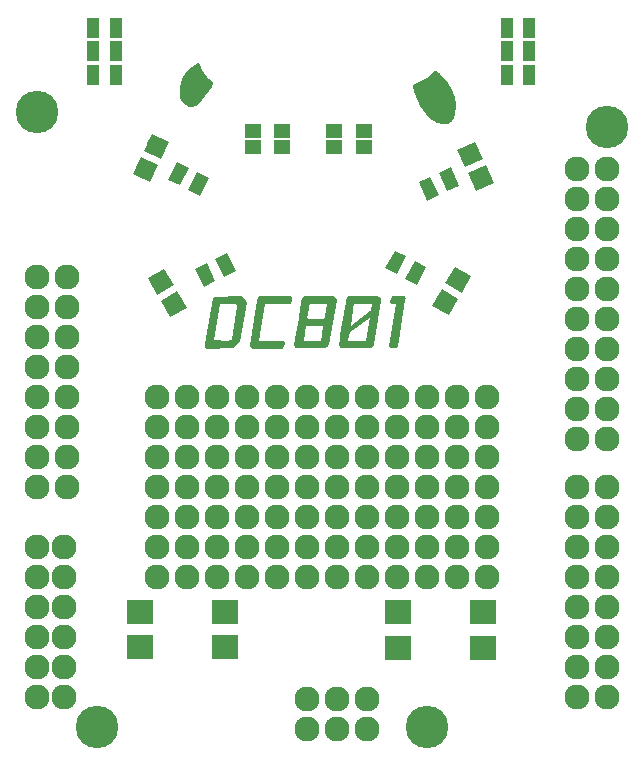
<source format=gts>
G04 #@! TF.GenerationSoftware,KiCad,Pcbnew,(2017-12-24 revision 570866557)-makepkg*
G04 #@! TF.CreationDate,2018-02-26T21:20:21-07:00*
G04 #@! TF.ProjectId,DC801 Shield,444338303120536869656C642E6B6963,rev?*
G04 #@! TF.SameCoordinates,Original*
G04 #@! TF.FileFunction,Soldermask,Top*
G04 #@! TF.FilePolarity,Negative*
%FSLAX46Y46*%
G04 Gerber Fmt 4.6, Leading zero omitted, Abs format (unit mm)*
G04 Created by KiCad (PCBNEW (2017-12-24 revision 570866557)-makepkg) date 02/26/18 21:20:21*
%MOMM*%
%LPD*%
G01*
G04 APERTURE LIST*
%ADD10R,1.100000X1.700000*%
%ADD11C,2.127200*%
%ADD12O,2.127200X2.127200*%
%ADD13C,3.600000*%
%ADD14R,1.400000X1.200000*%
%ADD15C,1.600000*%
%ADD16C,0.100000*%
%ADD17C,1.100000*%
%ADD18R,2.200000X2.000000*%
%ADD19C,0.254000*%
G04 APERTURE END LIST*
D10*
X119050000Y-78000000D03*
X120950000Y-78000000D03*
D11*
X152340000Y-120540000D03*
X149800000Y-120540000D03*
X147260000Y-120540000D03*
X144720000Y-120540000D03*
X142180000Y-120540000D03*
X139640000Y-120540000D03*
X137100000Y-120540000D03*
X134560000Y-120540000D03*
X132020000Y-120540000D03*
X129480000Y-120540000D03*
X126940000Y-120540000D03*
X152340000Y-105300000D03*
X149800000Y-105300000D03*
X147260000Y-105300000D03*
X144720000Y-105300000D03*
X142180000Y-105300000D03*
X139640000Y-105300000D03*
X137100000Y-105300000D03*
X134560000Y-105300000D03*
X132020000Y-105300000D03*
X129480000Y-105300000D03*
X126940000Y-105300000D03*
X124400000Y-120540000D03*
X152340000Y-118000000D03*
X149800000Y-118000000D03*
X147260000Y-118000000D03*
X144720000Y-118000000D03*
X142180000Y-118000000D03*
X139640000Y-118000000D03*
X137100000Y-118000000D03*
X134560000Y-118000000D03*
X132020000Y-118000000D03*
X129480000Y-118000000D03*
X126940000Y-118000000D03*
X124400000Y-118000000D03*
X152340000Y-115460000D03*
X149800000Y-115460000D03*
X147260000Y-115460000D03*
X144720000Y-115460000D03*
X142180000Y-115460000D03*
X139640000Y-115460000D03*
X137100000Y-115460000D03*
X134560000Y-115460000D03*
X132020000Y-115460000D03*
X129480000Y-115460000D03*
X126940000Y-115460000D03*
X124400000Y-115460000D03*
X152340000Y-112920000D03*
X149800000Y-112920000D03*
X147260000Y-112920000D03*
X144720000Y-112920000D03*
X142180000Y-112920000D03*
X139640000Y-112920000D03*
X137100000Y-112920000D03*
X134560000Y-112920000D03*
X132020000Y-112920000D03*
X129480000Y-112920000D03*
X126940000Y-112920000D03*
X124400000Y-112920000D03*
X152340000Y-110380000D03*
X149800000Y-110380000D03*
X147260000Y-110380000D03*
X144720000Y-110380000D03*
X142180000Y-110380000D03*
X139640000Y-110380000D03*
X137100000Y-110380000D03*
X134560000Y-110380000D03*
X132020000Y-110380000D03*
X129480000Y-110380000D03*
X126940000Y-110380000D03*
X124400000Y-110380000D03*
X152340000Y-107840000D03*
X149800000Y-107840000D03*
X147260000Y-107840000D03*
X144720000Y-107840000D03*
X142180000Y-107840000D03*
X139640000Y-107840000D03*
X137100000Y-107840000D03*
X134560000Y-107840000D03*
X132020000Y-107840000D03*
X129480000Y-107840000D03*
X126940000Y-107840000D03*
X124400000Y-107840000D03*
X124400000Y-105300000D03*
X159960000Y-130700000D03*
X159960000Y-128160000D03*
X159960000Y-125620000D03*
X159960000Y-123080000D03*
X159960000Y-120540000D03*
X159960000Y-118000000D03*
X159960000Y-115460000D03*
X159960000Y-112920000D03*
X159960000Y-108856000D03*
X159960000Y-106316000D03*
X159960000Y-103776000D03*
X159960000Y-101236000D03*
X159960000Y-98696000D03*
X159960000Y-96156000D03*
X159960000Y-93616000D03*
X159960000Y-91076000D03*
X159960000Y-88536000D03*
X159960000Y-85996000D03*
X116580000Y-130700000D03*
X116580000Y-128160000D03*
X116580000Y-125620000D03*
X116580000Y-123080000D03*
X116580000Y-120540000D03*
X116580000Y-118000000D03*
X116780000Y-112920000D03*
X116780000Y-110380000D03*
X116780000Y-107840000D03*
X116780000Y-105300000D03*
X116780000Y-102760000D03*
X116780000Y-100220000D03*
X116780000Y-97680000D03*
D12*
X137100000Y-130827000D03*
X137100000Y-133367000D03*
X139640000Y-133367000D03*
X139640000Y-130827000D03*
X142180000Y-133367000D03*
X114240000Y-118000000D03*
X114240000Y-112920000D03*
X114240000Y-110380000D03*
X114240000Y-107840000D03*
X114240000Y-105300000D03*
X114240000Y-102760000D03*
X114240000Y-100220000D03*
X114240000Y-97680000D03*
X162500000Y-130700000D03*
X162500000Y-128160000D03*
X162500000Y-125620000D03*
X162500000Y-123080000D03*
X162500000Y-120540000D03*
X162500000Y-118000000D03*
X162500000Y-115460000D03*
X162500000Y-112920000D03*
X162500000Y-93616000D03*
X162500000Y-108856000D03*
X162500000Y-106316000D03*
X162500000Y-103776000D03*
D13*
X119320000Y-133240000D03*
X147260000Y-133240000D03*
X162500000Y-82440000D03*
X114240000Y-81170000D03*
D12*
X162500000Y-85996000D03*
X162500000Y-88536000D03*
X162500000Y-91076000D03*
X162500000Y-96156000D03*
X162500000Y-98696000D03*
X162500000Y-101236000D03*
X114240000Y-95140000D03*
X114240000Y-120540000D03*
X114240000Y-123080000D03*
X114240000Y-125620000D03*
X114240000Y-128160000D03*
X114240000Y-130700000D03*
X142180000Y-130827000D03*
D14*
X132550000Y-84125000D03*
X135050000Y-84125000D03*
X135050000Y-82725000D03*
X132550000Y-82725000D03*
X139450000Y-82725000D03*
X141950000Y-82725000D03*
X141950000Y-84125000D03*
X139450000Y-84125000D03*
D15*
X124750000Y-95497372D03*
D16*
G36*
X123657180Y-95204552D02*
X125042820Y-94404552D01*
X125842820Y-95790192D01*
X124457180Y-96590192D01*
X123657180Y-95204552D01*
X123657180Y-95204552D01*
G37*
D15*
X125850000Y-97402628D03*
D16*
G36*
X124757180Y-97109808D02*
X126142820Y-96309808D01*
X126942820Y-97695448D01*
X125557180Y-98495448D01*
X124757180Y-97109808D01*
X124757180Y-97109808D01*
G37*
D15*
X148825000Y-97227628D03*
D16*
G36*
X148532180Y-96134808D02*
X149917820Y-96934808D01*
X149117820Y-98320448D01*
X147732180Y-97520448D01*
X148532180Y-96134808D01*
X148532180Y-96134808D01*
G37*
D15*
X149925000Y-95322372D03*
D16*
G36*
X149632180Y-94229552D02*
X151017820Y-95029552D01*
X150217820Y-96415192D01*
X148832180Y-95615192D01*
X149632180Y-94229552D01*
X149632180Y-94229552D01*
G37*
D15*
X124364880Y-84028061D03*
D16*
G36*
X123977928Y-82964920D02*
X125428021Y-83641109D01*
X124751832Y-85091202D01*
X123301739Y-84415013D01*
X123977928Y-82964920D01*
X123977928Y-82964920D01*
G37*
D15*
X123435120Y-86021939D03*
D16*
G36*
X123048168Y-84958798D02*
X124498261Y-85634987D01*
X123822072Y-87085080D01*
X122371979Y-86408891D01*
X123048168Y-84958798D01*
X123048168Y-84958798D01*
G37*
D15*
X151864880Y-86721939D03*
D16*
G36*
X150801739Y-86334987D02*
X152251832Y-85658798D01*
X152928021Y-87108891D01*
X151477928Y-87785080D01*
X150801739Y-86334987D01*
X150801739Y-86334987D01*
G37*
D15*
X150935120Y-84728061D03*
D16*
G36*
X149871979Y-84341109D02*
X151322072Y-83664920D01*
X151998261Y-85115013D01*
X150548168Y-85791202D01*
X149871979Y-84341109D01*
X149871979Y-84341109D01*
G37*
D10*
X119050000Y-76000000D03*
X120950000Y-76000000D03*
X120950000Y-73999999D03*
X119050000Y-74000001D03*
X154050000Y-78000000D03*
X155950000Y-78000000D03*
X155949999Y-76000000D03*
X154050001Y-76000000D03*
X155950000Y-74000000D03*
X154050000Y-74000000D03*
D17*
X130228854Y-94083547D03*
D16*
G36*
X130107133Y-95088626D02*
X129361902Y-93560676D01*
X130350575Y-93078468D01*
X131095806Y-94606418D01*
X130107133Y-95088626D01*
X130107133Y-95088626D01*
G37*
D17*
X128521146Y-94916453D03*
D16*
G36*
X128399425Y-95921532D02*
X127654194Y-94393582D01*
X128642867Y-93911374D01*
X129388098Y-95439324D01*
X128399425Y-95921532D01*
X128399425Y-95921532D01*
G37*
D17*
X146346457Y-94731290D03*
D16*
G36*
X147222403Y-94223629D02*
X146450619Y-95738340D01*
X145470511Y-95238951D01*
X146242295Y-93724240D01*
X147222403Y-94223629D01*
X147222403Y-94223629D01*
G37*
D17*
X144653543Y-93868710D03*
D16*
G36*
X145529489Y-93361049D02*
X144757705Y-94875760D01*
X143777597Y-94376371D01*
X144549381Y-92861660D01*
X145529489Y-93361049D01*
X145529489Y-93361049D01*
G37*
D17*
X127946456Y-87206291D03*
D16*
G36*
X127070510Y-87713952D02*
X127842294Y-86199241D01*
X128822402Y-86698630D01*
X128050618Y-88213341D01*
X127070510Y-87713952D01*
X127070510Y-87713952D01*
G37*
D17*
X126253544Y-86343709D03*
D16*
G36*
X125377598Y-86851370D02*
X126149382Y-85336659D01*
X127129490Y-85836048D01*
X126357706Y-87350759D01*
X125377598Y-86851370D01*
X125377598Y-86851370D01*
G37*
D17*
X149160991Y-86823513D03*
D16*
G36*
X149300235Y-85820711D02*
X150018686Y-87361435D01*
X149021747Y-87826315D01*
X148303296Y-86285591D01*
X149300235Y-85820711D01*
X149300235Y-85820711D01*
G37*
D17*
X147439009Y-87626487D03*
D16*
G36*
X147578253Y-86623685D02*
X148296704Y-88164409D01*
X147299765Y-88629289D01*
X146581314Y-87088565D01*
X147578253Y-86623685D01*
X147578253Y-86623685D01*
G37*
D18*
X123025000Y-123450000D03*
X130225000Y-123450000D03*
X123025000Y-126450000D03*
X130225000Y-126450000D03*
X152025000Y-126500000D03*
X144825000Y-126500000D03*
X152025000Y-123500000D03*
X144825000Y-123500000D03*
D11*
X116780000Y-95140000D03*
D19*
G36*
X128077886Y-77559890D02*
X128094330Y-77595447D01*
X128494330Y-78195447D01*
X128529553Y-78230670D01*
X129043812Y-78573510D01*
X128887967Y-78963122D01*
X128107332Y-80036496D01*
X127638353Y-80411679D01*
X127379390Y-80498000D01*
X127120610Y-80498000D01*
X126856294Y-80409895D01*
X126598509Y-80238038D01*
X126427000Y-79895020D01*
X126427000Y-78945610D01*
X126617630Y-78373720D01*
X126804374Y-78000232D01*
X127382375Y-77422232D01*
X127927338Y-77032972D01*
X128077886Y-77559890D01*
X128077886Y-77559890D01*
G37*
X128077886Y-77559890D02*
X128094330Y-77595447D01*
X128494330Y-78195447D01*
X128529553Y-78230670D01*
X129043812Y-78573510D01*
X128887967Y-78963122D01*
X128107332Y-80036496D01*
X127638353Y-80411679D01*
X127379390Y-80498000D01*
X127120610Y-80498000D01*
X126856294Y-80409895D01*
X126598509Y-80238038D01*
X126427000Y-79895020D01*
X126427000Y-78945610D01*
X126617630Y-78373720D01*
X126804374Y-78000232D01*
X127382375Y-77422232D01*
X127927338Y-77032972D01*
X128077886Y-77559890D01*
G36*
X148213172Y-77918629D02*
X148898945Y-78702369D01*
X149284895Y-79281294D01*
X149475895Y-79854296D01*
X149571710Y-80525000D01*
X149475202Y-81200559D01*
X149382127Y-81572857D01*
X149208419Y-81833419D01*
X148961548Y-81998000D01*
X148612577Y-81998000D01*
X148146478Y-81904780D01*
X147678749Y-81624142D01*
X147297232Y-81242626D01*
X146811702Y-80562884D01*
X146320081Y-79382993D01*
X146158186Y-78816362D01*
X146430802Y-78748208D01*
X146447167Y-78742917D01*
X146947167Y-78542917D01*
X146965341Y-78533902D01*
X147465341Y-78233902D01*
X147489803Y-78214803D01*
X147889803Y-77814803D01*
X147913592Y-77781796D01*
X147945538Y-77717904D01*
X148213172Y-77918629D01*
X148213172Y-77918629D01*
G37*
X148213172Y-77918629D02*
X148898945Y-78702369D01*
X149284895Y-79281294D01*
X149475895Y-79854296D01*
X149571710Y-80525000D01*
X149475202Y-81200559D01*
X149382127Y-81572857D01*
X149208419Y-81833419D01*
X148961548Y-81998000D01*
X148612577Y-81998000D01*
X148146478Y-81904780D01*
X147678749Y-81624142D01*
X147297232Y-81242626D01*
X146811702Y-80562884D01*
X146320081Y-79382993D01*
X146158186Y-78816362D01*
X146430802Y-78748208D01*
X146447167Y-78742917D01*
X146947167Y-78542917D01*
X146965341Y-78533902D01*
X147465341Y-78233902D01*
X147489803Y-78214803D01*
X147889803Y-77814803D01*
X147913592Y-77781796D01*
X147945538Y-77717904D01*
X148213172Y-77918629D01*
G36*
X131864188Y-97243794D02*
X131332458Y-100506686D01*
X130754487Y-100973509D01*
X128623763Y-100997722D01*
X128621330Y-100996748D01*
X129287194Y-100552839D01*
X130397240Y-100576970D01*
X130400000Y-100577000D01*
X130550000Y-100577000D01*
X130620447Y-100555670D01*
X130845447Y-100405670D01*
X130880523Y-100370668D01*
X130900536Y-100319226D01*
X131325536Y-97544226D01*
X131323338Y-97494722D01*
X131295577Y-97441370D01*
X131120577Y-97241370D01*
X131081298Y-97211160D01*
X131025000Y-97198000D01*
X129750000Y-97198000D01*
X129701399Y-97207667D01*
X129660197Y-97235197D01*
X129632667Y-97276399D01*
X129624620Y-97304777D01*
X129133444Y-100350069D01*
X128601685Y-100704575D01*
X129281752Y-96850860D01*
X131447961Y-96827567D01*
X131864188Y-97243794D01*
X131864188Y-97243794D01*
G37*
X131864188Y-97243794D02*
X131332458Y-100506686D01*
X130754487Y-100973509D01*
X128623763Y-100997722D01*
X128621330Y-100996748D01*
X129287194Y-100552839D01*
X130397240Y-100576970D01*
X130400000Y-100577000D01*
X130550000Y-100577000D01*
X130620447Y-100555670D01*
X130845447Y-100405670D01*
X130880523Y-100370668D01*
X130900536Y-100319226D01*
X131325536Y-97544226D01*
X131323338Y-97494722D01*
X131295577Y-97441370D01*
X131120577Y-97241370D01*
X131081298Y-97211160D01*
X131025000Y-97198000D01*
X129750000Y-97198000D01*
X129701399Y-97207667D01*
X129660197Y-97235197D01*
X129632667Y-97276399D01*
X129624620Y-97304777D01*
X129133444Y-100350069D01*
X128601685Y-100704575D01*
X129281752Y-96850860D01*
X131447961Y-96827567D01*
X131864188Y-97243794D01*
G36*
X128858882Y-100736754D02*
X128780508Y-100998000D01*
X128624459Y-100998000D01*
X128566998Y-100975015D01*
X128557698Y-100956416D01*
X128603446Y-100712427D01*
X128858882Y-100736754D01*
X128858882Y-100736754D01*
G37*
X128858882Y-100736754D02*
X128780508Y-100998000D01*
X128624459Y-100998000D01*
X128566998Y-100975015D01*
X128557698Y-100956416D01*
X128603446Y-100712427D01*
X128858882Y-100736754D01*
G36*
X135694086Y-96848692D02*
X135712136Y-96866742D01*
X135658007Y-97137387D01*
X135615131Y-97180263D01*
X135490971Y-97198000D01*
X133550000Y-97198000D01*
X133501399Y-97207667D01*
X133460197Y-97235197D01*
X133432667Y-97276399D01*
X133424755Y-97303959D01*
X132899755Y-100428959D01*
X132901237Y-100478490D01*
X132921560Y-100523683D01*
X132957631Y-100557659D01*
X133023393Y-100576990D01*
X134988692Y-100601867D01*
X135078930Y-100616907D01*
X135089879Y-100631506D01*
X135032416Y-100937978D01*
X135003630Y-100966764D01*
X134925541Y-100998000D01*
X132537577Y-100998000D01*
X132449541Y-100980393D01*
X132405914Y-100951308D01*
X132368581Y-100913975D01*
X132353718Y-100824796D01*
X132973091Y-97034232D01*
X133008236Y-96946370D01*
X133078749Y-96875857D01*
X133160178Y-96827000D01*
X135661548Y-96827000D01*
X135694086Y-96848692D01*
X135694086Y-96848692D01*
G37*
X135694086Y-96848692D02*
X135712136Y-96866742D01*
X135658007Y-97137387D01*
X135615131Y-97180263D01*
X135490971Y-97198000D01*
X133550000Y-97198000D01*
X133501399Y-97207667D01*
X133460197Y-97235197D01*
X133432667Y-97276399D01*
X133424755Y-97303959D01*
X132899755Y-100428959D01*
X132901237Y-100478490D01*
X132921560Y-100523683D01*
X132957631Y-100557659D01*
X133023393Y-100576990D01*
X134988692Y-100601867D01*
X135078930Y-100616907D01*
X135089879Y-100631506D01*
X135032416Y-100937978D01*
X135003630Y-100966764D01*
X134925541Y-100998000D01*
X132537577Y-100998000D01*
X132449541Y-100980393D01*
X132405914Y-100951308D01*
X132368581Y-100913975D01*
X132353718Y-100824796D01*
X132973091Y-97034232D01*
X133008236Y-96946370D01*
X133078749Y-96875857D01*
X133160178Y-96827000D01*
X135661548Y-96827000D01*
X135694086Y-96848692D01*
G36*
X139378630Y-96858236D02*
X139436927Y-96916533D01*
X139469943Y-97032089D01*
X138828836Y-100780095D01*
X138782433Y-100857433D01*
X138589822Y-100973000D01*
X136242333Y-100973000D01*
X136183424Y-100928818D01*
X136127000Y-100872394D01*
X136127000Y-100785925D01*
X136431209Y-99030874D01*
X136878978Y-99046866D01*
X136674317Y-100456756D01*
X136676903Y-100506241D01*
X136698228Y-100550970D01*
X136735048Y-100584134D01*
X136800000Y-100602000D01*
X138250000Y-100602000D01*
X138298601Y-100592333D01*
X138339803Y-100564803D01*
X138367333Y-100523601D01*
X138375405Y-100495065D01*
X138575277Y-99245865D01*
X138900134Y-97371690D01*
X138898909Y-97322152D01*
X138878820Y-97276854D01*
X138842926Y-97242692D01*
X138777228Y-97223020D01*
X137353290Y-97198039D01*
X136738655Y-97177551D01*
X136749308Y-97060363D01*
X136804374Y-96950232D01*
X136914930Y-96839676D01*
X136965634Y-96827000D01*
X139300540Y-96827000D01*
X139378630Y-96858236D01*
X139378630Y-96858236D01*
G37*
X139378630Y-96858236D02*
X139436927Y-96916533D01*
X139469943Y-97032089D01*
X138828836Y-100780095D01*
X138782433Y-100857433D01*
X138589822Y-100973000D01*
X136242333Y-100973000D01*
X136183424Y-100928818D01*
X136127000Y-100872394D01*
X136127000Y-100785925D01*
X136431209Y-99030874D01*
X136878978Y-99046866D01*
X136674317Y-100456756D01*
X136676903Y-100506241D01*
X136698228Y-100550970D01*
X136735048Y-100584134D01*
X136800000Y-100602000D01*
X138250000Y-100602000D01*
X138298601Y-100592333D01*
X138339803Y-100564803D01*
X138367333Y-100523601D01*
X138375405Y-100495065D01*
X138575277Y-99245865D01*
X138900134Y-97371690D01*
X138898909Y-97322152D01*
X138878820Y-97276854D01*
X138842926Y-97242692D01*
X138777228Y-97223020D01*
X137353290Y-97198039D01*
X136738655Y-97177551D01*
X136749308Y-97060363D01*
X136804374Y-96950232D01*
X136914930Y-96839676D01*
X136965634Y-96827000D01*
X139300540Y-96827000D01*
X139378630Y-96858236D01*
G36*
X136999502Y-98555526D02*
X137001603Y-98605035D01*
X137022489Y-98649970D01*
X137058982Y-98683493D01*
X137122952Y-98701983D01*
X138532124Y-98724712D01*
X138487475Y-99096782D01*
X136423191Y-99074586D01*
X136708656Y-97252000D01*
X137201773Y-97252000D01*
X136999502Y-98555526D01*
X136999502Y-98555526D01*
G37*
X136999502Y-98555526D02*
X137001603Y-98605035D01*
X137022489Y-98649970D01*
X137058982Y-98683493D01*
X137122952Y-98701983D01*
X138532124Y-98724712D01*
X138487475Y-99096782D01*
X136423191Y-99074586D01*
X136708656Y-97252000D01*
X137201773Y-97252000D01*
X136999502Y-98555526D01*
G36*
X143118706Y-96840105D02*
X143223141Y-96909728D01*
X143268669Y-97015961D01*
X142653621Y-100755455D01*
X142603897Y-100838327D01*
X142529044Y-100894467D01*
X142432645Y-100952306D01*
X142267096Y-100973000D01*
X140160511Y-100973000D01*
X140025880Y-100950562D01*
X139974546Y-100937728D01*
X139946123Y-100899830D01*
X139928063Y-100773410D01*
X139975665Y-100368790D01*
X140055991Y-99927000D01*
X140552799Y-99927000D01*
X140474371Y-100456388D01*
X140476812Y-100505881D01*
X140498007Y-100550673D01*
X140534729Y-100583944D01*
X140600000Y-100602000D01*
X142050000Y-100602000D01*
X142098601Y-100592333D01*
X142139803Y-100564803D01*
X142167333Y-100523601D01*
X142175272Y-100495879D01*
X142700272Y-97345879D01*
X142698726Y-97296350D01*
X142678344Y-97251183D01*
X142642229Y-97217254D01*
X142575000Y-97198000D01*
X140520057Y-97198000D01*
X140548082Y-96987816D01*
X140585056Y-96913868D01*
X140618603Y-96863548D01*
X140678154Y-96818885D01*
X140762577Y-96802000D01*
X143004390Y-96802000D01*
X143118706Y-96840105D01*
X143118706Y-96840105D01*
G37*
X143118706Y-96840105D02*
X143223141Y-96909728D01*
X143268669Y-97015961D01*
X142653621Y-100755455D01*
X142603897Y-100838327D01*
X142529044Y-100894467D01*
X142432645Y-100952306D01*
X142267096Y-100973000D01*
X140160511Y-100973000D01*
X140025880Y-100950562D01*
X139974546Y-100937728D01*
X139946123Y-100899830D01*
X139928063Y-100773410D01*
X139975665Y-100368790D01*
X140055991Y-99927000D01*
X140552799Y-99927000D01*
X140474371Y-100456388D01*
X140476812Y-100505881D01*
X140498007Y-100550673D01*
X140534729Y-100583944D01*
X140600000Y-100602000D01*
X142050000Y-100602000D01*
X142098601Y-100592333D01*
X142139803Y-100564803D01*
X142167333Y-100523601D01*
X142175272Y-100495879D01*
X142700272Y-97345879D01*
X142698726Y-97296350D01*
X142678344Y-97251183D01*
X142642229Y-97217254D01*
X142575000Y-97198000D01*
X140520057Y-97198000D01*
X140548082Y-96987816D01*
X140585056Y-96913868D01*
X140618603Y-96863548D01*
X140678154Y-96818885D01*
X140762577Y-96802000D01*
X143004390Y-96802000D01*
X143118706Y-96840105D01*
G36*
X140674530Y-99180348D02*
X140676560Y-99229859D01*
X140697383Y-99274825D01*
X140733829Y-99308399D01*
X140780348Y-99325470D01*
X140829859Y-99323440D01*
X140876637Y-99301271D01*
X142510843Y-98064575D01*
X142500845Y-98284521D01*
X140623589Y-99698558D01*
X140590586Y-99735521D01*
X140574728Y-99779121D01*
X140543021Y-99969363D01*
X140049504Y-99952912D01*
X140507286Y-97252000D01*
X140976560Y-97252000D01*
X140674530Y-99180348D01*
X140674530Y-99180348D01*
G37*
X140674530Y-99180348D02*
X140676560Y-99229859D01*
X140697383Y-99274825D01*
X140733829Y-99308399D01*
X140780348Y-99325470D01*
X140829859Y-99323440D01*
X140876637Y-99301271D01*
X142510843Y-98064575D01*
X142500845Y-98284521D01*
X140623589Y-99698558D01*
X140590586Y-99735521D01*
X140574728Y-99779121D01*
X140543021Y-99969363D01*
X140049504Y-99952912D01*
X140507286Y-97252000D01*
X140976560Y-97252000D01*
X140674530Y-99180348D01*
G36*
X145310070Y-96839676D02*
X145316277Y-96845883D01*
X145299288Y-96981794D01*
X144642199Y-100973000D01*
X144149919Y-100973000D01*
X144750272Y-97370879D01*
X144748726Y-97321350D01*
X144728344Y-97276183D01*
X144692229Y-97242254D01*
X144625000Y-97223000D01*
X144340634Y-97223000D01*
X144289930Y-97210324D01*
X144277000Y-97197394D01*
X144277000Y-97161449D01*
X144321705Y-96915569D01*
X144354374Y-96850232D01*
X144377606Y-96827000D01*
X145259366Y-96827000D01*
X145310070Y-96839676D01*
X145310070Y-96839676D01*
G37*
X145310070Y-96839676D02*
X145316277Y-96845883D01*
X145299288Y-96981794D01*
X144642199Y-100973000D01*
X144149919Y-100973000D01*
X144750272Y-97370879D01*
X144748726Y-97321350D01*
X144728344Y-97276183D01*
X144692229Y-97242254D01*
X144625000Y-97223000D01*
X144340634Y-97223000D01*
X144289930Y-97210324D01*
X144277000Y-97197394D01*
X144277000Y-97161449D01*
X144321705Y-96915569D01*
X144354374Y-96850232D01*
X144377606Y-96827000D01*
X145259366Y-96827000D01*
X145310070Y-96839676D01*
M02*

</source>
